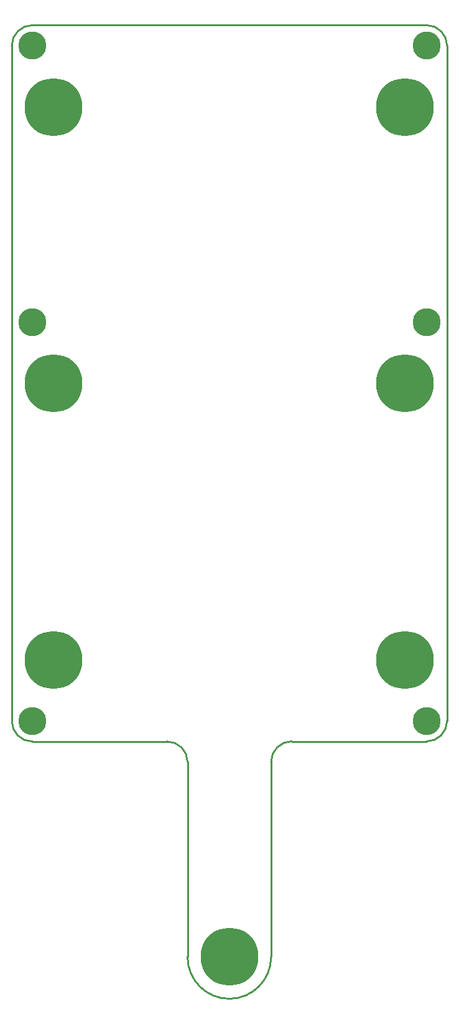
<source format=gtl>
G04 #@! TF.FileFunction,Copper,L1,Top,Signal*
%FSLAX46Y46*%
G04 Gerber Fmt 4.6, Leading zero omitted, Abs format (unit mm)*
G04 Created by KiCad (PCBNEW 0.201504221001+5618~22~ubuntu14.04.1-product) date Fri 24 Apr 2015 02:03:34 PM EDT*
%MOMM*%
G01*
G04 APERTURE LIST*
%ADD10C,0.100000*%
%ADD11C,0.228600*%
%ADD12C,3.810000*%
%ADD13C,7.874000*%
G04 APERTURE END LIST*
D10*
D11*
X49326800Y-151968200D02*
G75*
G03X60706000Y-151968200I5689600J0D01*
G01*
X60706000Y-125476000D02*
X60706000Y-151968200D01*
X49326800Y-125476000D02*
X49326800Y-151968200D01*
X63500000Y-122682000D02*
G75*
G03X60706000Y-125476000I0J-2794000D01*
G01*
X49326800Y-125476000D02*
G75*
G03X46558200Y-122707400I-2768600J0D01*
G01*
X63500000Y-122707400D02*
X81864200Y-122707400D01*
X28194000Y-122707400D02*
X46532800Y-122707400D01*
X28194000Y-25400000D02*
G75*
G03X25400000Y-28194000I0J-2794000D01*
G01*
X81864200Y-122707400D02*
G75*
G03X84658200Y-119913400I0J2794000D01*
G01*
X84658200Y-28194000D02*
X84658200Y-119913400D01*
X25400000Y-119913400D02*
G75*
G03X28194000Y-122707400I2794000J0D01*
G01*
X25400000Y-28194000D02*
X25400000Y-119913400D01*
X84658200Y-28194000D02*
G75*
G03X81864200Y-25400000I-2794000J0D01*
G01*
X28194000Y-25400000D02*
X81864200Y-25400000D01*
D12*
X28194000Y-28194000D03*
X81864200Y-28194000D03*
X28194000Y-65735200D03*
X81864200Y-65735200D03*
X28194000Y-119913400D03*
X81864200Y-119913400D03*
D13*
X31089600Y-36499800D03*
X78943200Y-36499800D03*
X31089600Y-74041000D03*
X78943200Y-74041000D03*
X31089600Y-111607600D03*
X78943200Y-111607600D03*
X55016400Y-151968200D03*
M02*

</source>
